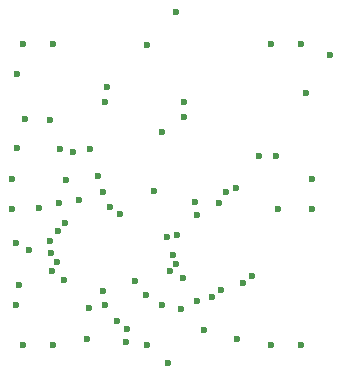
<source format=gbr>
G04 #@! TF.FileFunction,Copper,L3,Inr,Signal*
%FSLAX46Y46*%
G04 Gerber Fmt 4.6, Leading zero omitted, Abs format (unit mm)*
G04 Created by KiCad (PCBNEW 4.0.5) date Thu Feb 16 13:03:40 2017*
%MOMM*%
%LPD*%
G01*
G04 APERTURE LIST*
%ADD10C,0.100000*%
%ADD11C,0.600000*%
G04 APERTURE END LIST*
D10*
D11*
X6170729Y11862703D03*
X2270000Y16270000D03*
X2270000Y13730000D03*
X16300000Y11600000D03*
X15400000Y11400000D03*
X5770000Y27730000D03*
X5477162Y11039990D03*
X3230000Y27730000D03*
X5584046Y10000000D03*
X3230000Y2270000D03*
X15940376Y9839990D03*
X5770000Y2270000D03*
X16201255Y9126156D03*
X16200000Y30400000D03*
X6800000Y12600000D03*
X6871998Y16222330D03*
X13716000Y27686000D03*
X6144056Y9290808D03*
X13716000Y2286000D03*
X5700000Y8500000D03*
X13674456Y6466431D03*
X12000000Y3600000D03*
X15494000Y762000D03*
X15700000Y8500000D03*
X26770000Y27730000D03*
X16800000Y7900000D03*
X23219510Y18288000D03*
X24638000Y18288000D03*
X24230000Y27730000D03*
X6690000Y7750000D03*
X24230000Y2270000D03*
X8800000Y5400000D03*
X26770000Y2270000D03*
X18000000Y6000000D03*
X27730000Y13730000D03*
X19200000Y6300000D03*
X27730000Y16270000D03*
X24800000Y13800000D03*
X10200000Y5600000D03*
X27200000Y23600000D03*
X29200000Y26800000D03*
X3400000Y21378010D03*
X10300000Y24100000D03*
X14300000Y15300000D03*
X20000000Y6900000D03*
X6330000Y18800000D03*
X19800000Y14300000D03*
X10000000Y15200000D03*
X10000000Y6800000D03*
X5511008Y21322639D03*
X10200000Y22800000D03*
X11200000Y4300000D03*
X21336000Y2794000D03*
X12700000Y7700000D03*
X8636000Y2794000D03*
X11400000Y13300000D03*
X17933845Y13221064D03*
X10560010Y13901018D03*
X8900000Y18800000D03*
X2730500Y18923000D03*
X20400000Y15200000D03*
X17789969Y14356546D03*
X9545237Y16553263D03*
X2681085Y25171426D03*
X7500000Y18600000D03*
X8000000Y14500000D03*
X16600000Y5300000D03*
X18542000Y3556000D03*
X21844000Y7500000D03*
X15000000Y5600000D03*
X22600000Y8085990D03*
X11938000Y2540000D03*
X21235961Y15536793D03*
X15000000Y20300000D03*
X4585838Y13860010D03*
X16891000Y22860000D03*
X2667000Y10858500D03*
X2921000Y7302500D03*
X6239990Y14276120D03*
X3700000Y10320000D03*
X2600000Y5600000D03*
X16891000Y21590000D03*
M02*

</source>
